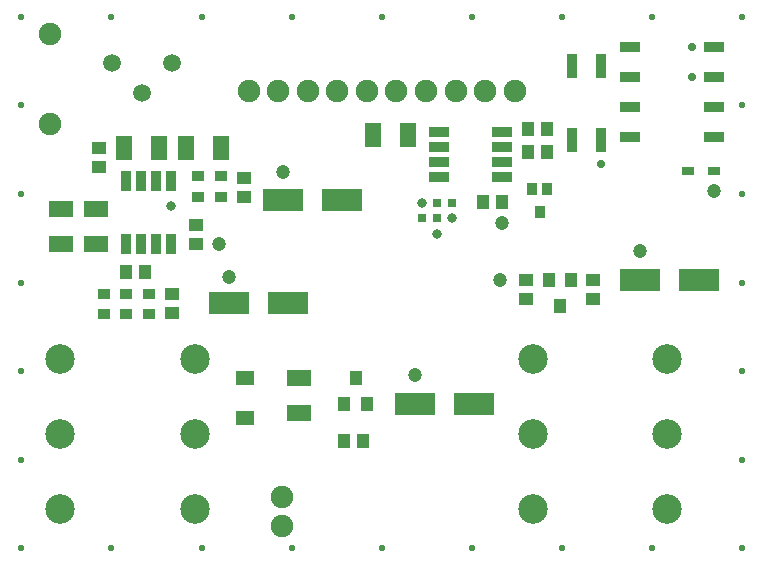
<source format=gts>
%FSLAX46Y46*%
%MOMM*%
%AMPS36*
1,1,0.800000,0.000000,0.000000*
%
%ADD36PS36*%
%AMPS33*
1,1,2.500000,0.000000,0.000000*
%
%ADD33PS33*%
%AMPS38*
1,1,1.500000,0.000000,0.000000*
%
%ADD38PS38*%
%AMPS41*
1,1,1.900000,0.000000,0.000000*
%
%ADD41PS41*%
%AMPS44*
1,1,1.900000,0.000000,0.000000*
%
%ADD44PS44*%
%AMPS22*
1,1,1.900000,0.000000,0.000000*
%
%ADD22PS22*%
%AMPS26*
21,1,1.000000,0.800000,0.000000,0.000000,0.000000*
%
%ADD26PS26*%
%AMPS25*
21,1,1.000000,0.800000,0.000000,0.000000,180.000000*
%
%ADD25PS25*%
%AMPS39*
21,1,0.800000,1.750000,0.000000,0.000000,0.000000*
%
%ADD39PS39*%
%AMPS43*
21,1,0.800000,1.750000,0.000000,0.000000,90.000000*
%
%ADD43PS43*%
%AMPS40*
21,1,0.800000,1.750000,0.000000,0.000000,180.000000*
%
%ADD40PS40*%
%AMPS42*
21,1,0.800000,1.750000,0.000000,0.000000,270.000000*
%
%ADD42PS42*%
%AMPS20*
21,1,1.100000,1.200000,0.000000,0.000000,0.000000*
%
%ADD20PS20*%
%AMPS21*
21,1,1.100000,1.200000,0.000000,0.000000,180.000000*
%
%ADD21PS21*%
%AMPS15*
21,1,1.800000,3.400000,0.000000,0.000000,90.000000*
%
%ADD15PS15*%
%AMPS14*
21,1,1.800000,3.400000,0.000000,0.000000,270.000000*
%
%ADD14PS14*%
%AMPS45*
21,1,0.600000,1.100000,0.000000,0.000000,90.000000*
%
%ADD45PS45*%
%AMPS46*
21,1,0.600000,1.100000,0.000000,0.000000,270.000000*
%
%ADD46PS46*%
%AMPS10*
21,1,1.500000,1.200000,0.000000,0.000000,0.000000*
%
%ADD10PS10*%
%AMPS11*
21,1,1.500000,1.200000,0.000000,0.000000,180.000000*
%
%ADD11PS11*%
%AMPS23*
21,1,0.800000,2.000000,0.000000,0.000000,0.000000*
%
%ADD23PS23*%
%AMPS24*
21,1,0.800000,2.000000,0.000000,0.000000,180.000000*
%
%ADD24PS24*%
%AMPS35*
21,1,0.901421,1.691421,0.000000,0.000000,90.000000*
%
%ADD35PS35*%
%AMPS34*
21,1,0.901421,1.691421,0.000000,0.000000,270.000000*
%
%ADD34PS34*%
%AMPS37*
21,1,0.700000,0.700000,0.000000,0.000000,0.000000*
%
%ADD37PS37*%
%AMPS19*
21,1,0.900000,1.100000,0.000000,0.000000,0.000000*
%
%ADD19PS19*%
%AMPS18*
21,1,0.900000,1.100000,0.000000,0.000000,180.000000*
%
%ADD18PS18*%
%AMPS31*
21,1,2.000000,1.300000,0.000000,0.000000,0.000000*
%
%ADD31PS31*%
%AMPS16*
21,1,2.000000,1.300000,0.000000,0.000000,90.000000*
%
%ADD16PS16*%
%AMPS32*
21,1,2.000000,1.300000,0.000000,0.000000,180.000000*
%
%ADD32PS32*%
%AMPS17*
21,1,2.000000,1.300000,0.000000,0.000000,270.000000*
%
%ADD17PS17*%
%AMPS28*
21,1,2.031662,1.371341,0.000000,0.000000,0.000000*
%
%ADD28PS28*%
%AMPS27*
21,1,2.031662,1.371341,0.000000,0.000000,180.000000*
%
%ADD27PS27*%
%AMPS13*
21,1,1.200000,1.100000,0.000000,0.000000,0.000000*
%
%ADD13PS13*%
%AMPS29*
21,1,1.200000,1.100000,0.000000,0.000000,90.000000*
%
%ADD29PS29*%
%AMPS12*
21,1,1.200000,1.100000,0.000000,0.000000,180.000000*
%
%ADD12PS12*%
%AMPS30*
21,1,1.200000,1.100000,0.000000,0.000000,270.000000*
%
%ADD30PS30*%
%AMPS50*
1,1,1.200000,0.000000,0.000000*
%
%ADD50PS50*%
%AMPS47*
1,1,0.550000,0.000000,0.000000*
%
%ADD47PS47*%
%AMPS49*
1,1,0.700000,0.000000,0.000000*
%
%ADD49PS49*%
%AMPS48*
1,1,0.800000,0.000000,0.000000*
%
%ADD48PS48*%
G01*
%LPD*%
G01*
%LPD*%
G75*
D10*
X19950000Y12067954D03*
D11*
X19950000Y15402922D03*
D12*
X15795000Y28330000D03*
D13*
X15795000Y26730000D03*
D14*
X34350000Y13202922D03*
D15*
X39350000Y13202922D03*
D16*
X12665000Y34880000D03*
D17*
X9665000Y34880000D03*
D18*
X45530000Y31415000D03*
D18*
X44230000Y31415000D03*
D19*
X44880000Y29515000D03*
D13*
X43760000Y22100000D03*
D12*
X43760000Y23700000D03*
D20*
X30250000Y13202922D03*
D21*
X29300000Y15402922D03*
D20*
X28350000Y13202922D03*
D22*
X23050000Y5350000D03*
D22*
X23050000Y2850000D03*
D14*
X23179995Y30450001D03*
D15*
X28179995Y30450001D03*
D21*
X45650000Y23700000D03*
D20*
X46600000Y21500000D03*
D21*
X47550000Y23700000D03*
D23*
X50110000Y35550000D03*
D24*
X47610000Y41850000D03*
D24*
X50110000Y41850000D03*
D23*
X47610000Y35550000D03*
D25*
X9895000Y22520000D03*
D26*
X9895000Y20820002D03*
D25*
X15965000Y32480000D03*
D26*
X15965000Y30780002D03*
D27*
X24520000Y15402922D03*
D28*
X24520000Y12450000D03*
D29*
X45530000Y34595000D03*
D30*
X43930000Y34595000D03*
D31*
X7275000Y26730000D03*
D32*
X7275000Y29730000D03*
D13*
X19825000Y30780002D03*
D12*
X19825000Y32380002D03*
D29*
X29950000Y10102922D03*
D30*
X28350000Y10102922D03*
D29*
X45530000Y36525000D03*
D30*
X43930000Y36525000D03*
D33*
X15700000Y10675000D03*
D33*
X4280000Y10675000D03*
D33*
X4280000Y4325000D03*
D33*
X4280000Y17025000D03*
D33*
X15700000Y17025000D03*
D33*
X15700000Y4325000D03*
D26*
X17895000Y30780002D03*
D25*
X17895000Y32480000D03*
D17*
X14895000Y34880000D03*
D16*
X17895000Y34880000D03*
D34*
X52525000Y35790000D03*
D35*
X59675000Y38330000D03*
D35*
X59675000Y43410000D03*
D35*
X59675000Y40870000D03*
D34*
X52525000Y38330000D03*
D34*
X52525000Y43410000D03*
D35*
X59675000Y35790000D03*
D34*
X52525000Y40870000D03*
D32*
X4345000Y29730000D03*
D31*
X4345000Y26730000D03*
D13*
X7585000Y33280000D03*
D12*
X7585000Y34880000D03*
D14*
X53350000Y23700000D03*
D15*
X58350000Y23700000D03*
D12*
X13755000Y22520000D03*
D13*
X13755000Y20920000D03*
D36*
X34930000Y30270000D03*
D37*
X36200000Y30270000D03*
D37*
X37470000Y30270000D03*
D36*
X37470000Y29000000D03*
D37*
X34930000Y29000000D03*
D37*
X36200000Y29000000D03*
D13*
X49430000Y22100000D03*
D12*
X49430000Y23700000D03*
D30*
X9895000Y24420000D03*
D29*
X11495000Y24420000D03*
D38*
X13740000Y42120000D03*
D38*
X11200000Y39580000D03*
D38*
X8660000Y42120000D03*
D39*
X13705000Y26730000D03*
D39*
X11165000Y26730000D03*
D39*
X9895000Y26730000D03*
D40*
X9895000Y32070000D03*
D40*
X12435000Y32070000D03*
D39*
X12435000Y26730000D03*
D40*
X13705000Y32070000D03*
D40*
X11165000Y32070000D03*
D25*
X7965000Y22520000D03*
D26*
X7965000Y20820002D03*
D17*
X30740000Y36005000D03*
D16*
X33740000Y36005000D03*
D41*
X3400000Y36890000D03*
D41*
X3400000Y44510000D03*
D42*
X36340000Y32405000D03*
D42*
X36340000Y34945000D03*
D42*
X36340000Y36215000D03*
D43*
X41680000Y36215000D03*
D43*
X41680000Y33675000D03*
D42*
X36340000Y33675000D03*
D43*
X41680000Y32405000D03*
D43*
X41680000Y34945000D03*
D44*
X27752917Y39698737D03*
D44*
X42752917Y39698737D03*
D44*
X20252917Y39698737D03*
D44*
X30252917Y39698737D03*
D44*
X35252917Y39698737D03*
D44*
X25252917Y39698737D03*
D44*
X40252917Y39698737D03*
D44*
X37752917Y39698737D03*
D44*
X22752917Y39698737D03*
D44*
X32752917Y39698737D03*
D45*
X59675000Y32970000D03*
D46*
X57475000Y32970000D03*
D26*
X11825000Y20820002D03*
D25*
X11825000Y22520000D03*
D30*
X40080000Y30325000D03*
D29*
X41680000Y30325000D03*
D33*
X55700000Y10675000D03*
D33*
X44280000Y10675000D03*
D33*
X44280000Y4325000D03*
D33*
X44280000Y17025000D03*
D33*
X55700000Y17025000D03*
D33*
X55700000Y4325000D03*
D15*
X23605000Y21790000D03*
D14*
X18605000Y21790000D03*
D47*
X31500000Y1000000D03*
D47*
X62000000Y46000000D03*
D47*
X1000000Y8500000D03*
D48*
X13705000Y29970000D03*
D48*
X36200000Y27600000D03*
D47*
X62000000Y38500000D03*
D47*
X46750000Y46000000D03*
D47*
X39125000Y1000000D03*
D49*
X57800000Y43410000D03*
D47*
X62000000Y31000000D03*
D50*
X34350000Y15702922D03*
D47*
X46750000Y1000000D03*
D50*
X59675000Y31270000D03*
D47*
X54375000Y46000000D03*
D47*
X8625000Y1000000D03*
D47*
X1000000Y23500000D03*
D47*
X1000000Y31000000D03*
D47*
X16250000Y1000000D03*
D50*
X17695000Y26730000D03*
D49*
X50110000Y33550000D03*
D47*
X39125000Y46000000D03*
D50*
X18605000Y23990000D03*
D47*
X62000000Y23500000D03*
D47*
X23875000Y1000000D03*
D49*
X57800000Y40870000D03*
D47*
X31500000Y46000000D03*
D47*
X62000000Y16000000D03*
D47*
X62000000Y8500000D03*
D47*
X1000000Y1000000D03*
D50*
X41550000Y23700000D03*
D47*
X62000000Y1000000D03*
D47*
X23875000Y46000000D03*
D50*
X53350000Y26200000D03*
D47*
X16250000Y46000000D03*
D47*
X8625000Y46000000D03*
D50*
X41680000Y28515000D03*
D47*
X1000000Y46000000D03*
D50*
X23179995Y32850001D03*
D47*
X1000000Y38500000D03*
D47*
X54375000Y1000000D03*
D47*
X1000000Y16000000D03*
M02*

</source>
